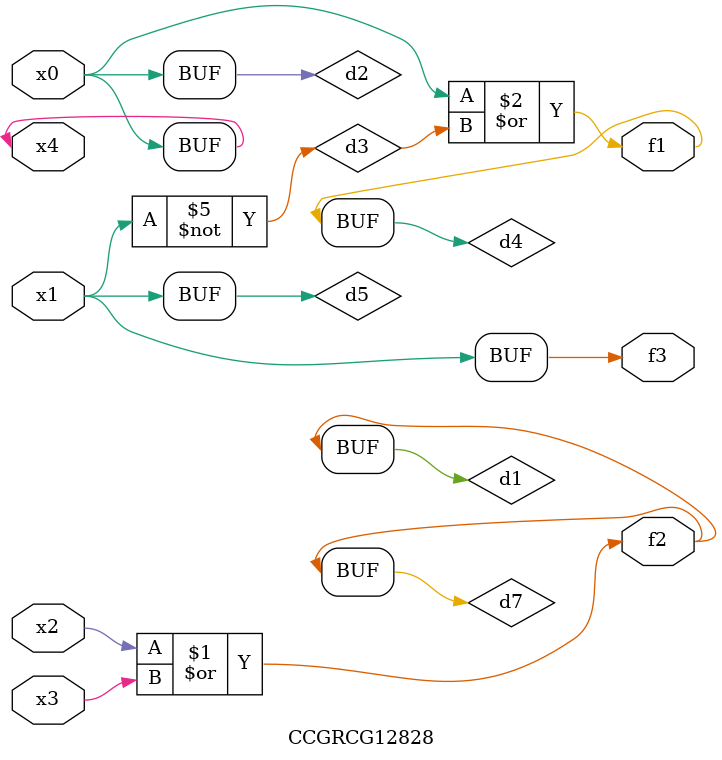
<source format=v>
module CCGRCG12828(
	input x0, x1, x2, x3, x4,
	output f1, f2, f3
);

	wire d1, d2, d3, d4, d5, d6, d7;

	or (d1, x2, x3);
	buf (d2, x0, x4);
	not (d3, x1);
	or (d4, d2, d3);
	not (d5, d3);
	nand (d6, d1, d3);
	or (d7, d1);
	assign f1 = d4;
	assign f2 = d7;
	assign f3 = d5;
endmodule

</source>
